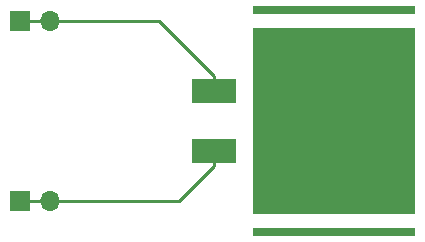
<source format=gbr>
G04 #@! TF.FileFunction,Copper,L1,Top,Signal*
%FSLAX46Y46*%
G04 Gerber Fmt 4.6, Leading zero omitted, Abs format (unit mm)*
G04 Created by KiCad (PCBNEW 4.0.7-e2-6376~58~ubuntu16.04.1) date Fri Nov 24 11:23:52 2017*
%MOMM*%
%LPD*%
G01*
G04 APERTURE LIST*
%ADD10C,0.100000*%
%ADD11R,1.700000X1.700000*%
%ADD12O,1.700000X1.700000*%
%ADD13R,13.716000X0.762000*%
%ADD14R,3.810000X2.032000*%
%ADD15R,13.716000X15.748000*%
%ADD16C,0.250000*%
G04 APERTURE END LIST*
D10*
D11*
X121920000Y-96520000D03*
D12*
X124460000Y-96520000D03*
D11*
X121920000Y-111760000D03*
D12*
X124460000Y-111760000D03*
D13*
X148501100Y-95605600D03*
D14*
X138341100Y-102463600D03*
X138341100Y-107543600D03*
D15*
X148501100Y-105003600D03*
D13*
X148501100Y-114401600D03*
D16*
X121920000Y-96520000D02*
X124460000Y-96520000D01*
X124460000Y-96520000D02*
X133663500Y-96520000D01*
X133663500Y-96520000D02*
X138341100Y-101197600D01*
X138341100Y-101197600D02*
X138341100Y-102463600D01*
X121920000Y-111760000D02*
X124460000Y-111760000D01*
X124460000Y-111760000D02*
X135390700Y-111760000D01*
X135390700Y-111760000D02*
X138341100Y-108809600D01*
X138341100Y-108809600D02*
X138341100Y-107543600D01*
M02*

</source>
